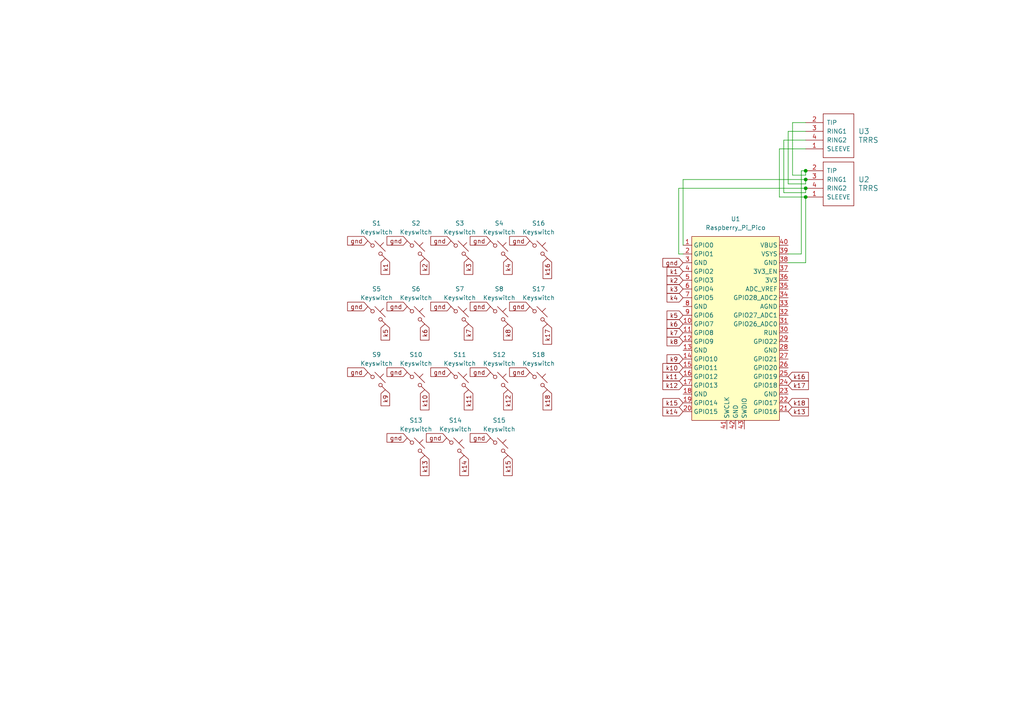
<source format=kicad_sch>
(kicad_sch (version 20231120) (generator "eeschema") (generator_version "8.0")
  (paper "A4")
  (lib_symbols
    (symbol "ScottoKeebs:MCU_Raspberry_Pi_Pico"
      (property "Reference" "U" (at 0 0 0))
      (property "Value" "Raspberry_Pi_Pico" (at 0 27.94 0))
      (symbol "MCU_Raspberry_Pi_Pico_0_1"
        (rectangle (start -12.7 26.67) (end 12.7 -26.67) (fill (type background)))
      )
      (symbol "MCU_Raspberry_Pi_Pico_1_1"
        (pin bidirectional line (at -15.24 24.13 0) (length 2.54) (name "GPIO0") (number "1"))
        (pin bidirectional line (at -15.24 1.27 0) (length 2.54) (name "GPIO7") (number "10"))
        (pin bidirectional line (at -15.24 -1.27 0) (length 2.54) (name "GPIO8") (number "11"))
        (pin bidirectional line (at -15.24 -3.81 0) (length 2.54) (name "GPIO9") (number "12"))
        (pin power_in line (at -15.24 -6.35 0) (length 2.54) (name "GND") (number "13"))
        (pin bidirectional line (at -15.24 -8.89 0) (length 2.54) (name "GPIO10") (number "14"))
        (pin bidirectional line (at -15.24 -11.43 0) (length 2.54) (name "GPIO11") (number "15"))
        (pin bidirectional line (at -15.24 -13.97 0) (length 2.54) (name "GPIO12") (number "16"))
        (pin bidirectional line (at -15.24 -16.51 0) (length 2.54) (name "GPIO13") (number "17"))
        (pin power_in line (at -15.24 -19.05 0) (length 2.54) (name "GND") (number "18"))
        (pin bidirectional line (at -15.24 -21.59 0) (length 2.54) (name "GPIO14") (number "19"))
        (pin bidirectional line (at -15.24 21.59 0) (length 2.54) (name "GPIO1") (number "2"))
        (pin bidirectional line (at -15.24 -24.13 0) (length 2.54) (name "GPIO15") (number "20"))
        (pin bidirectional line (at 15.24 -24.13 180) (length 2.54) (name "GPIO16") (number "21"))
        (pin bidirectional line (at 15.24 -21.59 180) (length 2.54) (name "GPIO17") (number "22"))
        (pin power_in line (at 15.24 -19.05 180) (length 2.54) (name "GND") (number "23"))
        (pin bidirectional line (at 15.24 -16.51 180) (length 2.54) (name "GPIO18") (number "24"))
        (pin bidirectional line (at 15.24 -13.97 180) (length 2.54) (name "GPIO19") (number "25"))
        (pin bidirectional line (at 15.24 -11.43 180) (length 2.54) (name "GPIO20") (number "26"))
        (pin bidirectional line (at 15.24 -8.89 180) (length 2.54) (name "GPIO21") (number "27"))
        (pin power_in line (at 15.24 -6.35 180) (length 2.54) (name "GND") (number "28"))
        (pin bidirectional line (at 15.24 -3.81 180) (length 2.54) (name "GPIO22") (number "29"))
        (pin power_in line (at -15.24 19.05 0) (length 2.54) (name "GND") (number "3"))
        (pin input line (at 15.24 -1.27 180) (length 2.54) (name "RUN") (number "30"))
        (pin bidirectional line (at 15.24 1.27 180) (length 2.54) (name "GPIO26_ADC0") (number "31"))
        (pin bidirectional line (at 15.24 3.81 180) (length 2.54) (name "GPIO27_ADC1") (number "32"))
        (pin power_in line (at 15.24 6.35 180) (length 2.54) (name "AGND") (number "33"))
        (pin bidirectional line (at 15.24 8.89 180) (length 2.54) (name "GPIO28_ADC2") (number "34"))
        (pin power_in line (at 15.24 11.43 180) (length 2.54) (name "ADC_VREF") (number "35"))
        (pin power_in line (at 15.24 13.97 180) (length 2.54) (name "3V3") (number "36"))
        (pin input line (at 15.24 16.51 180) (length 2.54) (name "3V3_EN") (number "37"))
        (pin bidirectional line (at 15.24 19.05 180) (length 2.54) (name "GND") (number "38"))
        (pin power_in line (at 15.24 21.59 180) (length 2.54) (name "VSYS") (number "39"))
        (pin bidirectional line (at -15.24 16.51 0) (length 2.54) (name "GPIO2") (number "4"))
        (pin power_in line (at 15.24 24.13 180) (length 2.54) (name "VBUS") (number "40"))
        (pin input line (at -2.54 -29.21 90) (length 2.54) (name "SWCLK") (number "41"))
        (pin power_in line (at 0 -29.21 90) (length 2.54) (name "GND") (number "42"))
        (pin bidirectional line (at 2.54 -29.21 90) (length 2.54) (name "SWDIO") (number "43"))
        (pin bidirectional line (at -15.24 13.97 0) (length 2.54) (name "GPIO3") (number "5"))
        (pin bidirectional line (at -15.24 11.43 0) (length 2.54) (name "GPIO4") (number "6"))
        (pin bidirectional line (at -15.24 8.89 0) (length 2.54) (name "GPIO5") (number "7"))
        (pin power_in line (at -15.24 6.35 0) (length 2.54) (name "GND") (number "8"))
        (pin bidirectional line (at -15.24 3.81 0) (length 2.54) (name "GPIO6") (number "9"))
      )
    )
    (symbol "ScottoKeebs:Placeholder_Keyswitch" (pin_numbers hide) (pin_names (offset 1.016) hide)
      (property "Reference" "S" (at 3.048 1.016 0))
      (property "Value" "Keyswitch" (at 0 -3.81 0))
      (symbol "Placeholder_Keyswitch_0_1"
        (circle (center -1.1684 1.1684) (radius 0.508))
        (polyline (pts (xy -0.508 2.54) (xy 2.54 -0.508)))
        (polyline (pts (xy 1.016 1.016) (xy 2.032 2.032)))
        (polyline (pts (xy -2.54 2.54) (xy -1.524 1.524) (xy -1.524 1.524)))
        (polyline (pts (xy 1.524 -1.524) (xy 2.54 -2.54) (xy 2.54 -2.54) (xy 2.54 -2.54)))
        (circle (center 1.143 -1.1938) (radius 0.508))
        (pin passive line (at -2.54 2.54 0) (length 0) (name "1") (number "1"))
        (pin passive line (at 2.54 -2.54 180) (length 0) (name "2") (number "2"))
      )
    )
    (symbol "ScottoKeebs:Placeholder_TRRS" (pin_names (offset 1.016))
      (property "Reference" "U" (at 0 15.24 0))
      (property "Value" "TRRS" (at 0 -2.54 0))
      (symbol "Placeholder_TRRS_0_1"
        (rectangle (start -3.81 0) (end -3.81 12.7))
        (rectangle (start -3.81 0) (end 5.08 0))
        (rectangle (start -3.81 12.7) (end 5.08 12.7))
        (rectangle (start 5.08 12.7) (end 5.08 0))
      )
      (symbol "Placeholder_TRRS_1_1"
        (pin input line (at -8.89 2.54 0) (length 5.08) (name "SLEEVE") (number "1"))
        (pin input line (at -8.89 10.16 0) (length 5.08) (name "TIP") (number "2"))
        (pin input line (at -8.89 7.62 0) (length 5.08) (name "RING1") (number "3"))
        (pin input line (at -8.89 5.08 0) (length 5.08) (name "RING2") (number "4"))
      )
    )
  )
  (junction (at 233.68 52.07))
  (junction (at 233.68 54.61))
  (junction (at 233.68 57.15))
  (junction (at 233.68 49.53))
  (wire (pts (xy 233.68 38.1) (xy 228.6 38.1)))
  (wire (pts (xy 228.6 73.66) (xy 232.41 73.66)))
  (wire (pts (xy 233.68 50.8) (xy 233.68 49.53)))
  (wire (pts (xy 232.41 49.53) (xy 233.68 49.53)))
  (wire (pts (xy 228.6 38.1) (xy 228.6 53.34)))
  (wire (pts (xy 227.33 55.88) (xy 233.68 55.88)))
  (wire (pts (xy 196.85 54.61) (xy 233.68 54.61)))
  (wire (pts (xy 228.6 76.2) (xy 233.68 76.2)))
  (wire (pts (xy 233.68 55.88) (xy 233.68 54.61)))
  (wire (pts (xy 229.87 35.56) (xy 229.87 50.8)))
  (wire (pts (xy 233.68 43.18) (xy 226.06 43.18)))
  (wire (pts (xy 198.12 73.66) (xy 196.85 73.66)))
  (wire (pts (xy 198.12 52.07) (xy 233.68 52.07)))
  (wire (pts (xy 229.87 50.8) (xy 233.68 50.8)))
  (wire (pts (xy 227.33 40.64) (xy 227.33 55.88)))
  (wire (pts (xy 232.41 73.66) (xy 232.41 49.53)))
  (wire (pts (xy 196.85 73.66) (xy 196.85 54.61)))
  (wire (pts (xy 228.6 53.34) (xy 233.68 53.34)))
  (wire (pts (xy 198.12 71.12) (xy 198.12 52.07)))
  (wire (pts (xy 233.68 35.56) (xy 229.87 35.56)))
  (wire (pts (xy 233.68 53.34) (xy 233.68 52.07)))
  (wire (pts (xy 226.06 57.15) (xy 233.68 57.15)))
  (wire (pts (xy 233.68 57.15) (xy 233.68 76.2)))
  (wire (pts (xy 226.06 43.18) (xy 226.06 57.15)))
  (wire (pts (xy 233.68 40.64) (xy 227.33 40.64)))
  (global_label "gnd" (shape input) (at 130.81 107.95 180) (property "Intersheetrefs" "${INTERSHEET_REFS}" (effects (hide yes))))
  (global_label "k18" (shape input) (at 228.6 116.84 0) (property "Intersheetrefs" "${INTERSHEET_REFS}" (effects (hide yes))))
  (global_label "gnd" (shape input) (at 130.81 88.9 180) (property "Intersheetrefs" "${INTERSHEET_REFS}" (effects (hide yes))))
  (global_label "k17" (shape input) (at 228.6 111.76 0) (property "Intersheetrefs" "${INTERSHEET_REFS}" (effects (hide yes))))
  (global_label "k14" (shape input) (at 134.62 132.08 270) (property "Intersheetrefs" "${INTERSHEET_REFS}" (effects (hide yes))))
  (global_label "gnd" (shape input) (at 118.11 69.85 180) (property "Intersheetrefs" "${INTERSHEET_REFS}" (effects (hide yes))))
  (global_label "gnd" (shape input) (at 198.12 76.2 180) (property "Intersheetrefs" "${INTERSHEET_REFS}" (effects (hide yes))))
  (global_label "k7" (shape input) (at 198.12 96.52 180) (property "Intersheetrefs" "${INTERSHEET_REFS}" (effects (hide yes))))
  (global_label "k2" (shape input) (at 123.19 74.93 270) (property "Intersheetrefs" "${INTERSHEET_REFS}" (effects (hide yes))))
  (global_label "gnd" (shape input) (at 153.67 107.95 180) (property "Intersheetrefs" "${INTERSHEET_REFS}" (effects (hide yes))))
  (global_label "k6" (shape input) (at 198.12 93.98 180) (property "Intersheetrefs" "${INTERSHEET_REFS}" (effects (hide yes))))
  (global_label "gnd" (shape input) (at 118.11 107.95 180) (property "Intersheetrefs" "${INTERSHEET_REFS}" (effects (hide yes))))
  (global_label "k11" (shape input) (at 198.12 109.22 180) (property "Intersheetrefs" "${INTERSHEET_REFS}" (effects (hide yes))))
  (global_label "k17" (shape input) (at 158.75 93.98 270) (property "Intersheetrefs" "${INTERSHEET_REFS}" (effects (hide yes))))
  (global_label "k5" (shape input) (at 111.76 93.98 270) (property "Intersheetrefs" "${INTERSHEET_REFS}" (effects (hide yes))))
  (global_label "k7" (shape input) (at 135.89 93.98 270) (property "Intersheetrefs" "${INTERSHEET_REFS}" (effects (hide yes))))
  (global_label "gnd" (shape input) (at 142.24 69.85 180) (property "Intersheetrefs" "${INTERSHEET_REFS}" (effects (hide yes))))
  (global_label "k8" (shape input) (at 198.12 99.06 180) (property "Intersheetrefs" "${INTERSHEET_REFS}" (effects (hide yes))))
  (global_label "gnd" (shape input) (at 118.11 88.9 180) (property "Intersheetrefs" "${INTERSHEET_REFS}" (effects (hide yes))))
  (global_label "k8" (shape input) (at 147.32 93.98 270) (property "Intersheetrefs" "${INTERSHEET_REFS}" (effects (hide yes))))
  (global_label "k10" (shape input) (at 123.19 113.03 270) (property "Intersheetrefs" "${INTERSHEET_REFS}" (effects (hide yes))))
  (global_label "k9" (shape input) (at 198.12 104.14 180) (property "Intersheetrefs" "${INTERSHEET_REFS}" (effects (hide yes))))
  (global_label "gnd" (shape input) (at 106.68 88.9 180) (property "Intersheetrefs" "${INTERSHEET_REFS}" (effects (hide yes))))
  (global_label "k13" (shape input) (at 123.19 132.08 270) (property "Intersheetrefs" "${INTERSHEET_REFS}" (effects (hide yes))))
  (global_label "gnd" (shape input) (at 129.54 127 180) (property "Intersheetrefs" "${INTERSHEET_REFS}" (effects (hide yes))))
  (global_label "gnd" (shape input) (at 118.11 127 180) (property "Intersheetrefs" "${INTERSHEET_REFS}" (effects (hide yes))))
  (global_label "k16" (shape input) (at 158.75 74.93 270) (property "Intersheetrefs" "${INTERSHEET_REFS}" (effects (hide yes))))
  (global_label "gnd" (shape input) (at 153.67 88.9 180) (property "Intersheetrefs" "${INTERSHEET_REFS}" (effects (hide yes))))
  (global_label "k2" (shape input) (at 198.12 81.28 180) (property "Intersheetrefs" "${INTERSHEET_REFS}" (effects (hide yes))))
  (global_label "k15" (shape input) (at 198.12 116.84 180) (property "Intersheetrefs" "${INTERSHEET_REFS}" (effects (hide yes))))
  (global_label "k4" (shape input) (at 147.32 74.93 270) (property "Intersheetrefs" "${INTERSHEET_REFS}" (effects (hide yes))))
  (global_label "k16" (shape input) (at 228.6 109.22 0) (property "Intersheetrefs" "${INTERSHEET_REFS}" (effects (hide yes))))
  (global_label "k12" (shape input) (at 198.12 111.76 180) (property "Intersheetrefs" "${INTERSHEET_REFS}" (effects (hide yes))))
  (global_label "gnd" (shape input) (at 142.24 88.9 180) (property "Intersheetrefs" "${INTERSHEET_REFS}" (effects (hide yes))))
  (global_label "k6" (shape input) (at 123.19 93.98 270) (property "Intersheetrefs" "${INTERSHEET_REFS}" (effects (hide yes))))
  (global_label "gnd" (shape input) (at 106.68 69.85 180) (property "Intersheetrefs" "${INTERSHEET_REFS}" (effects (hide yes))))
  (global_label "gnd" (shape input) (at 153.67 69.85 180) (property "Intersheetrefs" "${INTERSHEET_REFS}" (effects (hide yes))))
  (global_label "k3" (shape input) (at 198.12 83.82 180) (property "Intersheetrefs" "${INTERSHEET_REFS}" (effects (hide yes))))
  (global_label "k18" (shape input) (at 158.75 113.03 270) (property "Intersheetrefs" "${INTERSHEET_REFS}" (effects (hide yes))))
  (global_label "k9" (shape input) (at 111.76 113.03 270) (property "Intersheetrefs" "${INTERSHEET_REFS}" (effects (hide yes))))
  (global_label "gnd" (shape input) (at 142.24 127 180) (property "Intersheetrefs" "${INTERSHEET_REFS}" (effects (hide yes))))
  (global_label "gnd" (shape input) (at 106.68 107.95 180) (property "Intersheetrefs" "${INTERSHEET_REFS}" (effects (hide yes))))
  (global_label "gnd" (shape input) (at 130.81 69.85 180) (property "Intersheetrefs" "${INTERSHEET_REFS}" (effects (hide yes))))
  (global_label "k14" (shape input) (at 198.12 119.38 180) (property "Intersheetrefs" "${INTERSHEET_REFS}" (effects (hide yes))))
  (global_label "k1" (shape input) (at 198.12 78.74 180) (property "Intersheetrefs" "${INTERSHEET_REFS}" (effects (hide yes))))
  (global_label "k3" (shape input) (at 135.89 74.93 270) (property "Intersheetrefs" "${INTERSHEET_REFS}" (effects (hide yes))))
  (global_label "gnd" (shape input) (at 142.24 107.95 180) (property "Intersheetrefs" "${INTERSHEET_REFS}" (effects (hide yes))))
  (global_label "k11" (shape input) (at 135.89 113.03 270) (property "Intersheetrefs" "${INTERSHEET_REFS}" (effects (hide yes))))
  (global_label "k10" (shape input) (at 198.12 106.68 180) (property "Intersheetrefs" "${INTERSHEET_REFS}" (effects (hide yes))))
  (global_label "k4" (shape input) (at 198.12 86.36 180) (property "Intersheetrefs" "${INTERSHEET_REFS}" (effects (hide yes))))
  (global_label "k5" (shape input) (at 198.12 91.44 180) (property "Intersheetrefs" "${INTERSHEET_REFS}" (effects (hide yes))))
  (global_label "k12" (shape input) (at 147.32 113.03 270) (property "Intersheetrefs" "${INTERSHEET_REFS}" (effects (hide yes))))
  (global_label "k13" (shape input) (at 228.6 119.38 0) (property "Intersheetrefs" "${INTERSHEET_REFS}" (effects (hide yes))))
  (global_label "k1" (shape input) (at 111.76 74.93 270) (property "Intersheetrefs" "${INTERSHEET_REFS}" (effects (hide yes))))
  (global_label "k15" (shape input) (at 147.32 132.08 270) (property "Intersheetrefs" "${INTERSHEET_REFS}" (effects (hide yes))))
  (symbol (lib_id "ScottoKeebs:Placeholder_Keyswitch") (at 156.21 72.39 0) (unit 1)
    (property "Reference" "S16" (at 156.21 64.77 0))
    (property "Value" "Keyswitch" (at 156.21 67.31 0))
    (property "Footprint" "ScottoKeebs_MX:MX_PCB_1.00u_Reversable" (effects (hide yes)))
    (property "Description" "Push button switch, normally open, two pins, 45° tilted" (effects (hide yes)))
  )
  (symbol (lib_id "ScottoKeebs:MCU_Raspberry_Pi_Pico") (at 213.36 95.25 0) (unit 1)
    (property "Reference" "U1" (at 213.36 63.5 0))
    (property "Value" "Raspberry_Pi_Pico" (at 213.36 66.04 0))
    (property "Footprint" "ScottoKeebs_MCU:Raspberry_Pi_Pico" (effects (hide yes)))
  )
  (symbol (lib_id "ScottoKeebs:Placeholder_Keyswitch") (at 144.78 129.54 0) (unit 1)
    (property "Reference" "S15" (at 144.78 121.92 0))
    (property "Value" "Keyswitch" (at 144.78 124.46 0))
    (property "Footprint" "ScottoKeebs_MX:MX_PCB_1.00u_Reversable" (effects (hide yes)))
    (property "Description" "Push button switch, normally open, two pins, 45° tilted" (effects (hide yes)))
  )
  (symbol (lib_id "ScottoKeebs:Placeholder_TRRS") (at 242.57 45.72 0) (unit 1)
    (property "Reference" "U3" (at 248.92 38.0999 0) (effects (font (size 1.524 1.524)) (justify left)))
    (property "Value" "TRRS" (at 248.92 40.6399 0) (effects (font (size 1.524 1.524)) (justify left)))
    (property "Footprint" "Audio_Module:TRRS-PJ-320D" (effects (hide yes)))
  )
  (symbol (lib_id "ScottoKeebs:Placeholder_Keyswitch") (at 120.65 129.54 0) (unit 1)
    (property "Reference" "S13" (at 120.65 121.92 0))
    (property "Value" "Keyswitch" (at 120.65 124.46 0))
    (property "Footprint" "ScottoKeebs_MX:MX_PCB_1.00u_Reversable" (effects (hide yes)))
    (property "Description" "Push button switch, normally open, two pins, 45° tilted" (effects (hide yes)))
  )
  (symbol (lib_id "ScottoKeebs:Placeholder_Keyswitch") (at 120.65 72.39 0) (unit 1)
    (property "Reference" "S2" (at 120.65 64.77 0))
    (property "Value" "Keyswitch" (at 120.65 67.31 0))
    (property "Footprint" "ScottoKeebs_MX:MX_PCB_1.00u_Reversable" (effects (hide yes)))
    (property "Description" "Push button switch, normally open, two pins, 45° tilted" (effects (hide yes)))
  )
  (symbol (lib_id "ScottoKeebs:Placeholder_Keyswitch") (at 156.21 91.44 0) (unit 1)
    (property "Reference" "S17" (at 156.21 83.82 0))
    (property "Value" "Keyswitch" (at 156.21 86.36 0))
    (property "Footprint" "ScottoKeebs_MX:MX_PCB_1.00u_Reversable" (effects (hide yes)))
    (property "Description" "Push button switch, normally open, two pins, 45° tilted" (effects (hide yes)))
  )
  (symbol (lib_id "ScottoKeebs:Placeholder_Keyswitch") (at 109.22 72.39 0) (unit 1)
    (property "Reference" "S1" (at 109.22 64.77 0))
    (property "Value" "Keyswitch" (at 109.22 67.31 0))
    (property "Footprint" "ScottoKeebs_MX:MX_PCB_1.00u_Reversable" (effects (hide yes)))
    (property "Description" "Push button switch, normally open, two pins, 45° tilted" (effects (hide yes)))
  )
  (symbol (lib_id "ScottoKeebs:Placeholder_Keyswitch") (at 109.22 110.49 0) (unit 1)
    (property "Reference" "S9" (at 109.22 102.87 0))
    (property "Value" "Keyswitch" (at 109.22 105.41 0))
    (property "Footprint" "ScottoKeebs_MX:MX_PCB_1.00u_Reversable" (effects (hide yes)))
    (property "Description" "Push button switch, normally open, two pins, 45° tilted" (effects (hide yes)))
  )
  (symbol (lib_id "ScottoKeebs:Placeholder_Keyswitch") (at 109.22 91.44 0) (unit 1)
    (property "Reference" "S5" (at 109.22 83.82 0))
    (property "Value" "Keyswitch" (at 109.22 86.36 0))
    (property "Footprint" "ScottoKeebs_MX:MX_PCB_1.00u_Reversable" (effects (hide yes)))
    (property "Description" "Push button switch, normally open, two pins, 45° tilted" (effects (hide yes)))
  )
  (symbol (lib_id "ScottoKeebs:Placeholder_Keyswitch") (at 144.78 72.39 0) (unit 1)
    (property "Reference" "S4" (at 144.78 64.77 0))
    (property "Value" "Keyswitch" (at 144.78 67.31 0))
    (property "Footprint" "ScottoKeebs_MX:MX_PCB_1.00u_Reversable" (effects (hide yes)))
    (property "Description" "Push button switch, normally open, two pins, 45° tilted" (effects (hide yes)))
  )
  (symbol (lib_id "ScottoKeebs:Placeholder_Keyswitch") (at 156.21 110.49 0) (unit 1)
    (property "Reference" "S18" (at 156.21 102.87 0))
    (property "Value" "Keyswitch" (at 156.21 105.41 0))
    (property "Footprint" "ScottoKeebs_MX:MX_PCB_1.00u_Reversable" (effects (hide yes)))
    (property "Description" "Push button switch, normally open, two pins, 45° tilted" (effects (hide yes)))
  )
  (symbol (lib_id "ScottoKeebs:Placeholder_Keyswitch") (at 144.78 110.49 0) (unit 1)
    (property "Reference" "S12" (at 144.78 102.87 0))
    (property "Value" "Keyswitch" (at 144.78 105.41 0))
    (property "Footprint" "ScottoKeebs_MX:MX_PCB_1.00u_Reversable" (effects (hide yes)))
    (property "Description" "Push button switch, normally open, two pins, 45° tilted" (effects (hide yes)))
  )
  (symbol (lib_id "ScottoKeebs:Placeholder_TRRS") (at 242.57 59.69 0) (unit 1)
    (property "Reference" "U2" (at 248.92 52.0699 0) (effects (font (size 1.524 1.524)) (justify left)))
    (property "Value" "TRRS" (at 248.92 54.6099 0) (effects (font (size 1.524 1.524)) (justify left)))
    (property "Footprint" "Audio_Module:TRRS-PJ-320D" (effects (hide yes)))
  )
  (symbol (lib_id "ScottoKeebs:Placeholder_Keyswitch") (at 144.78 91.44 0) (unit 1)
    (property "Reference" "S8" (at 144.78 83.82 0))
    (property "Value" "Keyswitch" (at 144.78 86.36 0))
    (property "Footprint" "ScottoKeebs_MX:MX_PCB_1.00u_Reversable" (effects (hide yes)))
    (property "Description" "Push button switch, normally open, two pins, 45° tilted" (effects (hide yes)))
  )
  (symbol (lib_id "ScottoKeebs:Placeholder_Keyswitch") (at 133.35 72.39 0) (unit 1)
    (property "Reference" "S3" (at 133.35 64.77 0))
    (property "Value" "Keyswitch" (at 133.35 67.31 0))
    (property "Footprint" "ScottoKeebs_MX:MX_PCB_1.00u_Reversable" (effects (hide yes)))
    (property "Description" "Push button switch, normally open, two pins, 45° tilted" (effects (hide yes)))
  )
  (symbol (lib_id "ScottoKeebs:Placeholder_Keyswitch") (at 132.08 129.54 0) (unit 1)
    (property "Reference" "S14" (at 132.08 121.92 0))
    (property "Value" "Keyswitch" (at 132.08 124.46 0))
    (property "Footprint" "ScottoKeebs_MX:MX_PCB_1.00u_Reversable" (effects (hide yes)))
    (property "Description" "Push button switch, normally open, two pins, 45° tilted" (effects (hide yes)))
  )
  (symbol (lib_id "ScottoKeebs:Placeholder_Keyswitch") (at 120.65 91.44 0) (unit 1)
    (property "Reference" "S6" (at 120.65 83.82 0))
    (property "Value" "Keyswitch" (at 120.65 86.36 0))
    (property "Footprint" "ScottoKeebs_MX:MX_PCB_1.00u_Reversable" (effects (hide yes)))
    (property "Description" "Push button switch, normally open, two pins, 45° tilted" (effects (hide yes)))
  )
  (symbol (lib_id "ScottoKeebs:Placeholder_Keyswitch") (at 120.65 110.49 0) (unit 1)
    (property "Reference" "S10" (at 120.65 102.87 0))
    (property "Value" "Keyswitch" (at 120.65 105.41 0))
    (property "Footprint" "ScottoKeebs_MX:MX_PCB_1.00u_Reversable" (effects (hide yes)))
    (property "Description" "Push button switch, normally open, two pins, 45° tilted" (effects (hide yes)))
  )
  (symbol (lib_id "ScottoKeebs:Placeholder_Keyswitch") (at 133.35 110.49 0) (unit 1)
    (property "Reference" "S11" (at 133.35 102.87 0))
    (property "Value" "Keyswitch" (at 133.35 105.41 0))
    (property "Footprint" "ScottoKeebs_MX:MX_PCB_1.00u_Reversable" (effects (hide yes)))
    (property "Description" "Push button switch, normally open, two pins, 45° tilted" (effects (hide yes)))
  )
  (symbol (lib_id "ScottoKeebs:Placeholder_Keyswitch") (at 133.35 91.44 0) (unit 1)
    (property "Reference" "S7" (at 133.35 83.82 0))
    (property "Value" "Keyswitch" (at 133.35 86.36 0))
    (property "Footprint" "ScottoKeebs_MX:MX_PCB_1.00u_Reversable" (effects (hide yes)))
    (property "Description" "Push button switch, normally open, two pins, 45° tilted" (effects (hide yes)))
  )
)
</source>
